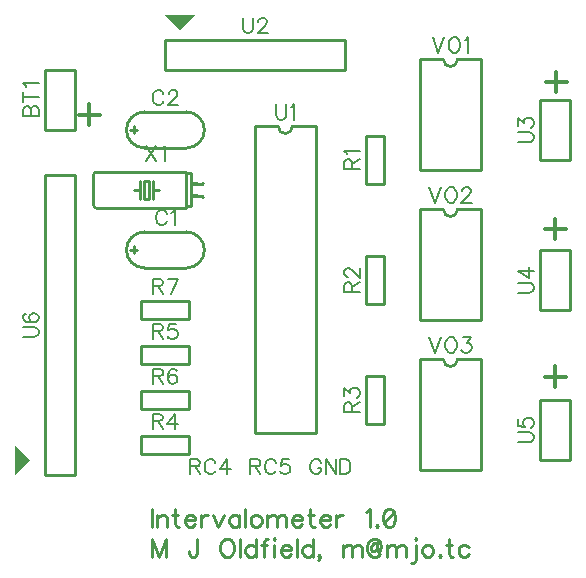
<source format=gto>
G04 DipTrace 2.1.9.2*
%INTopSilk.gbr*%
%MOIN*%
%ADD10C,0.0098*%
%ADD11C,0.006*%
%ADD12C,0.003*%
%ADD13C,0.013*%
%ADD14R,0.0591X0.0591*%
%ADD15C,0.0591*%
%ADD16C,0.063*%
%ADD17R,0.063X0.063*%
%ADD18C,0.05*%
%ADD19C,0.05*%
%ADD20C,0.0591*%
%ADD21C,0.048*%
%ADD22C,0.04*%
%ADD23C,0.0191*%
%ADD24C,0.118*%
%ADD25C,0.0354*%
%ADD26C,0.0394*%
%ADD27C,0.022*%
%ADD28C,0.032*%
%ADD29C,0.008*%
%ADD30C,0.048*%
%ADD31C,0.056*%
%ADD32C,0.04*%
%ADD33C,0.0671*%
%ADD34C,0.0511*%
%ADD35C,0.058*%
%ADD36C,0.042*%
%ADD37C,0.058*%
%ADD38C,0.042*%
%ADD39R,0.071X0.071*%
%ADD40R,0.055X0.055*%
%ADD41C,0.071*%
%ADD42C,0.055*%
%ADD43C,0.0671*%
%ADD44C,0.0511*%
%ADD45R,0.0671X0.0671*%
%ADD46R,0.0511X0.0511*%
%ADD47C,0.0077*%
%ADD48C,0.0124*%
%ADD49C,0.0093*%
%FSLAX44Y44*%
%SFA1B1*%
%OFA0B0*%
G04*
G70*
G90*
G75*
G01*
%LNTopSilk*%
%LPD*%
X5940Y20440D2*
D10*
X4940D1*
X5940Y18440D2*
Y20440D1*
Y18440D2*
X4940D1*
Y20440D1*
X8241Y13840D2*
X9639D1*
X8241Y15040D2*
X9639D1*
Y13840D2*
G03X9639Y15040I1J600D01*
G01*
X8241D2*
G03X8241Y13840I-1J-600D01*
G01*
X7877Y14322D2*
Y14558D1*
X7759Y14440D2*
X7995D1*
X8241Y17840D2*
X9639D1*
X8241Y19040D2*
X9639D1*
Y17840D2*
G03X9639Y19040I1J600D01*
G01*
X8241D2*
G03X8241Y17840I-1J-600D01*
G01*
X7877Y18322D2*
Y18558D1*
X7759Y18440D2*
X7995D1*
X16240Y18241D2*
X15640D1*
X16240Y16639D2*
Y18241D1*
Y16639D2*
X15640D1*
Y18241D1*
Y12639D2*
X16240D1*
X15640Y14241D2*
Y12639D1*
Y14241D2*
X16240D1*
Y12639D1*
X15640Y8639D2*
X16240D1*
X15640Y10241D2*
Y8639D1*
Y10241D2*
X16240D1*
Y8639D1*
X8139Y8240D2*
Y7640D1*
X9741Y8240D2*
X8139D1*
X9741D2*
Y7640D1*
X8139D1*
X9741Y10640D2*
Y11240D1*
X8139Y10640D2*
X9741D1*
X8139D2*
Y11240D1*
X9741D1*
Y9140D2*
Y9740D1*
X8139Y9140D2*
X9741D1*
X8139D2*
Y9740D1*
X9741D1*
X8139Y12740D2*
Y12140D1*
X9741Y12740D2*
X8139D1*
X9741D2*
Y12140D1*
X8139D1*
X13960Y18558D2*
Y8322D1*
X11912D2*
X13960D1*
X11912Y18558D2*
Y8322D1*
Y18558D2*
X12700D1*
X13960D2*
X13172D1*
X12700D2*
G03X13172Y18558I236J1D01*
G01*
X8940Y20440D2*
X14940D1*
X8940Y21440D2*
X14940D1*
X8940Y20440D2*
Y21440D1*
X14940Y20440D2*
Y21440D1*
X21440Y17440D2*
X22440D1*
X21440Y19440D2*
Y17440D1*
Y19440D2*
X22440D1*
Y17440D1*
X21440Y12440D2*
X22440D1*
X21440Y14440D2*
Y12440D1*
Y14440D2*
X22440D1*
Y12440D1*
X21440Y7440D2*
X22440D1*
X21440Y9440D2*
Y7440D1*
Y9440D2*
X22440D1*
Y7440D1*
X5940Y16940D2*
X4940D1*
X5940Y6940D2*
Y16940D1*
Y6940D2*
X4940D1*
Y7690D1*
Y16940D1*
X17416Y17090D2*
X19464D1*
X17416Y20790D2*
Y17090D1*
X19464Y20790D2*
Y17090D1*
X17416Y20790D2*
X18204D1*
X19464D2*
X18676D1*
X18204D2*
G03X18676Y20790I236J0D01*
G01*
X17416Y12090D2*
X19464D1*
X17416Y15790D2*
Y12090D1*
X19464Y15790D2*
Y12090D1*
X17416Y15790D2*
X18204D1*
X19464D2*
X18676D1*
X18204D2*
G03X18676Y15790I236J0D01*
G01*
X17416Y7090D2*
X19464D1*
X17416Y10790D2*
Y7090D1*
X19464Y10790D2*
Y7090D1*
X17416Y10790D2*
X18204D1*
X19464D2*
X18676D1*
X18204D2*
G03X18676Y10790I236J0D01*
G01*
X9790Y15890D2*
Y16990D1*
X6540Y16940D2*
G02X6640Y17040I100J0D01*
G01*
Y15840D2*
G02X6540Y15940I0J100D01*
G01*
Y16940D1*
X9790Y16990D2*
X9640D1*
Y17040D2*
Y16990D1*
Y17040D2*
X6640D1*
X9790Y15890D2*
X9640D1*
Y15840D2*
Y15890D1*
Y15840D2*
X6640D1*
X9640Y16990D2*
Y15890D1*
G36*
X10040Y16560D2*
X9810D1*
Y16720D1*
X10040D1*
Y16560D1*
G37*
G36*
Y16160D2*
X9810D1*
Y16320D1*
X10040D1*
Y16160D1*
G37*
X10145Y16637D2*
D10*
X9990Y16640D1*
X10140Y16240D2*
X10040D1*
X10145Y16637D2*
X10204Y16676D1*
Y16204D2*
X10145Y16243D1*
X8240Y16140D2*
X8390D1*
Y16740D2*
Y16140D1*
Y16740D2*
X8240D1*
Y16140D2*
Y16740D1*
X8090Y16140D2*
Y16440D1*
X8540Y16140D2*
Y16440D1*
X8740D1*
X8540D2*
Y16740D1*
X8090Y16440D2*
X7890D1*
X8090D2*
Y16740D1*
G36*
X9940Y22273D2*
X9440Y21773D1*
X8940Y22273D1*
X9940D1*
G37*
G36*
X4440Y7440D2*
X3940Y7940D1*
Y6940D1*
X4440Y7440D1*
G37*
X4208Y18891D2*
D47*
X4710D1*
D2*
Y19106D1*
D2*
X4686Y19178D1*
D2*
X4662Y19202D1*
D2*
X4615Y19226D1*
D2*
X4543D1*
D2*
X4495Y19202D1*
D2*
X4471Y19178D1*
D2*
X4447Y19106D1*
D2*
X4423Y19178D1*
D2*
X4399Y19202D1*
D2*
X4351Y19226D1*
D2*
X4303D1*
D2*
X4256Y19202D1*
D2*
X4232Y19178D1*
D2*
X4208Y19106D1*
D2*
Y18891D1*
X4447D2*
Y19106D1*
X4208Y19547D2*
X4710D1*
X4208Y19380D2*
Y19715D1*
X4304Y19869D2*
X4280Y19917D1*
D2*
X4208Y19989D1*
D2*
X4710D1*
X8982Y15653D2*
X8958Y15700D1*
D2*
X8910Y15748D1*
D2*
X8863Y15772D1*
D2*
X8767D1*
D2*
X8719Y15748D1*
D2*
X8672Y15700D1*
D2*
X8647Y15653D1*
D2*
X8623Y15581D1*
D2*
Y15461D1*
D2*
X8647Y15390D1*
D2*
X8672Y15342D1*
D2*
X8719Y15294D1*
D2*
X8767Y15270D1*
D2*
X8863D1*
D2*
X8910Y15294D1*
D2*
X8958Y15342D1*
D2*
X8982Y15390D1*
X9137Y15676D2*
X9185Y15700D1*
D2*
X9257Y15772D1*
D2*
Y15270D1*
X8875Y19653D2*
X8851Y19700D1*
D2*
X8803Y19748D1*
D2*
X8755Y19772D1*
D2*
X8660D1*
D2*
X8612Y19748D1*
D2*
X8564Y19700D1*
D2*
X8540Y19653D1*
D2*
X8516Y19581D1*
D2*
Y19461D1*
D2*
X8540Y19390D1*
D2*
X8564Y19342D1*
D2*
X8612Y19294D1*
D2*
X8660Y19270D1*
D2*
X8755D1*
D2*
X8803Y19294D1*
D2*
X8851Y19342D1*
D2*
X8875Y19390D1*
X9053Y19652D2*
Y19676D1*
D2*
X9077Y19724D1*
D2*
X9101Y19748D1*
D2*
X9149Y19772D1*
D2*
X9245D1*
D2*
X9292Y19748D1*
D2*
X9316Y19724D1*
D2*
X9340Y19676D1*
D2*
Y19629D1*
D2*
X9316Y19580D1*
D2*
X9268Y19509D1*
D2*
X9029Y19270D1*
D2*
X9364D1*
X15147Y17135D2*
Y17350D1*
D2*
X15123Y17422D1*
D2*
X15099Y17447D1*
D2*
X15051Y17470D1*
D2*
X15003D1*
D2*
X14956Y17447D1*
D2*
X14932Y17422D1*
D2*
X14908Y17350D1*
D2*
Y17135D1*
D2*
X15410D1*
X15147Y17303D2*
X15410Y17470D1*
X15004Y17625D2*
X14980Y17673D1*
D2*
X14908Y17745D1*
D2*
X15410D1*
X15147Y13028D2*
Y13243D1*
D2*
X15123Y13315D1*
D2*
X15099Y13339D1*
D2*
X15051Y13363D1*
D2*
X15003D1*
D2*
X14956Y13339D1*
D2*
X14932Y13315D1*
D2*
X14908Y13243D1*
D2*
Y13028D1*
D2*
X15410D1*
X15147Y13195D2*
X15410Y13363D1*
X15028Y13542D2*
X15004D1*
D2*
X14956Y13565D1*
D2*
X14932Y13589D1*
D2*
X14908Y13637D1*
D2*
Y13733D1*
D2*
X14932Y13780D1*
D2*
X14956Y13804D1*
D2*
X15004Y13828D1*
D2*
X15051D1*
D2*
X15100Y13804D1*
D2*
X15171Y13757D1*
D2*
X15410Y13517D1*
D2*
Y13852D1*
X15147Y9028D2*
Y9243D1*
D2*
X15123Y9315D1*
D2*
X15099Y9339D1*
D2*
X15051Y9363D1*
D2*
X15003D1*
D2*
X14956Y9339D1*
D2*
X14932Y9315D1*
D2*
X14908Y9243D1*
D2*
Y9028D1*
D2*
X15410D1*
X15147Y9195D2*
X15410Y9363D1*
X14908Y9565D2*
Y9828D1*
D2*
X15100Y9685D1*
D2*
Y9757D1*
D2*
X15123Y9804D1*
D2*
X15147Y9828D1*
D2*
X15219Y9852D1*
D2*
X15266D1*
D2*
X15338Y9828D1*
D2*
X15386Y9780D1*
D2*
X15410Y9708D1*
D2*
Y9637D1*
D2*
X15386Y9565D1*
D2*
X15362Y9542D1*
D2*
X15315Y9517D1*
X8516Y8733D2*
X8731D1*
D2*
X8803Y8757D1*
D2*
X8827Y8781D1*
D2*
X8851Y8829D1*
D2*
Y8877D1*
D2*
X8827Y8924D1*
D2*
X8803Y8948D1*
D2*
X8731Y8972D1*
D2*
X8516D1*
D2*
Y8470D1*
X8683Y8733D2*
X8851Y8470D1*
X9245D2*
Y8972D1*
D2*
X9005Y8637D1*
D2*
X9364D1*
X8528Y11733D2*
X8743D1*
D2*
X8815Y11757D1*
D2*
X8839Y11781D1*
D2*
X8863Y11829D1*
D2*
Y11877D1*
D2*
X8839Y11924D1*
D2*
X8815Y11948D1*
D2*
X8743Y11972D1*
D2*
X8528D1*
D2*
Y11470D1*
X8695Y11733D2*
X8863Y11470D1*
X9304Y11972D2*
X9065D1*
D2*
X9042Y11757D1*
D2*
X9065Y11780D1*
D2*
X9137Y11805D1*
D2*
X9208D1*
D2*
X9280Y11780D1*
D2*
X9328Y11733D1*
D2*
X9352Y11661D1*
D2*
Y11614D1*
D2*
X9328Y11542D1*
D2*
X9280Y11494D1*
D2*
X9208Y11470D1*
D2*
X9137D1*
D2*
X9065Y11494D1*
D2*
X9042Y11518D1*
D2*
X9017Y11565D1*
X8540Y10233D2*
X8755D1*
D2*
X8827Y10257D1*
D2*
X8851Y10281D1*
D2*
X8875Y10329D1*
D2*
Y10377D1*
D2*
X8851Y10424D1*
D2*
X8827Y10448D1*
D2*
X8755Y10472D1*
D2*
X8540D1*
D2*
Y9970D1*
X8707Y10233D2*
X8875Y9970D1*
X9316Y10400D2*
X9292Y10448D1*
D2*
X9221Y10472D1*
D2*
X9173D1*
D2*
X9101Y10448D1*
D2*
X9053Y10376D1*
D2*
X9029Y10257D1*
D2*
Y10137D1*
D2*
X9053Y10042D1*
D2*
X9101Y9994D1*
D2*
X9173Y9970D1*
D2*
X9197D1*
D2*
X9268Y9994D1*
D2*
X9316Y10042D1*
D2*
X9340Y10114D1*
D2*
Y10137D1*
D2*
X9316Y10209D1*
D2*
X9268Y10257D1*
D2*
X9197Y10280D1*
D2*
X9173D1*
D2*
X9101Y10257D1*
D2*
X9053Y10209D1*
D2*
X9029Y10137D1*
X8528Y13233D2*
X8743D1*
D2*
X8815Y13257D1*
D2*
X8839Y13281D1*
D2*
X8863Y13329D1*
D2*
Y13377D1*
D2*
X8839Y13424D1*
D2*
X8815Y13448D1*
D2*
X8743Y13472D1*
D2*
X8528D1*
D2*
Y12970D1*
X8695Y13233D2*
X8863Y12970D1*
X9113D2*
X9352Y13472D1*
D2*
X9017D1*
X9759Y7228D2*
X9974D1*
D2*
X10046Y7253D1*
D2*
X10071Y7276D1*
D2*
X10094Y7324D1*
D2*
Y7372D1*
D2*
X10071Y7419D1*
D2*
X10046Y7444D1*
D2*
X9974Y7468D1*
D2*
X9759D1*
D2*
Y6965D1*
X9927Y7228D2*
X10094Y6965D1*
X10607Y7348D2*
X10584Y7396D1*
D2*
X10536Y7444D1*
D2*
X10488Y7468D1*
D2*
X10392D1*
D2*
X10344Y7444D1*
D2*
X10297Y7396D1*
D2*
X10273Y7348D1*
D2*
X10249Y7276D1*
D2*
Y7156D1*
D2*
X10273Y7085D1*
D2*
X10297Y7037D1*
D2*
X10344Y6989D1*
D2*
X10392Y6965D1*
D2*
X10488D1*
D2*
X10536Y6989D1*
D2*
X10584Y7037D1*
D2*
X10607Y7085D1*
X11001Y6965D2*
Y7467D1*
D2*
X10762Y7133D1*
D2*
X11121D1*
X11771Y7228D2*
X11986D1*
D2*
X12058Y7253D1*
D2*
X12082Y7276D1*
D2*
X12106Y7324D1*
D2*
Y7372D1*
D2*
X12082Y7419D1*
D2*
X12058Y7444D1*
D2*
X11986Y7468D1*
D2*
X11771D1*
D2*
Y6965D1*
X11939Y7228D2*
X12106Y6965D1*
X12619Y7348D2*
X12596Y7396D1*
D2*
X12547Y7444D1*
D2*
X12500Y7468D1*
D2*
X12404D1*
D2*
X12356Y7444D1*
D2*
X12309Y7396D1*
D2*
X12284Y7348D1*
D2*
X12261Y7276D1*
D2*
Y7156D1*
D2*
X12284Y7085D1*
D2*
X12309Y7037D1*
D2*
X12356Y6989D1*
D2*
X12404Y6965D1*
D2*
X12500D1*
D2*
X12547Y6989D1*
D2*
X12596Y7037D1*
D2*
X12619Y7085D1*
X13061Y7467D2*
X12822D1*
D2*
X12798Y7252D1*
D2*
X12822Y7276D1*
D2*
X12894Y7300D1*
D2*
X12965D1*
D2*
X13037Y7276D1*
D2*
X13085Y7228D1*
D2*
X13109Y7156D1*
D2*
Y7109D1*
D2*
X13085Y7037D1*
D2*
X13037Y6989D1*
D2*
X12965Y6965D1*
D2*
X12894D1*
D2*
X12822Y6989D1*
D2*
X12798Y7013D1*
D2*
X12774Y7061D1*
X14130Y7348D2*
X14106Y7396D1*
D2*
X14058Y7444D1*
D2*
X14011Y7468D1*
D2*
X13915D1*
D2*
X13867Y7444D1*
D2*
X13819Y7396D1*
D2*
X13795Y7348D1*
D2*
X13771Y7276D1*
D2*
Y7156D1*
D2*
X13795Y7085D1*
D2*
X13819Y7037D1*
D2*
X13867Y6989D1*
D2*
X13915Y6965D1*
D2*
X14011D1*
D2*
X14058Y6989D1*
D2*
X14106Y7037D1*
D2*
X14130Y7085D1*
D2*
Y7156D1*
D2*
X14011D1*
X14619Y7468D2*
Y6965D1*
D2*
X14284Y7468D1*
D2*
Y6965D1*
X14774Y7468D2*
Y6965D1*
D2*
X14941D1*
D2*
X15013Y6989D1*
D2*
X15061Y7037D1*
D2*
X15085Y7085D1*
D2*
X15109Y7156D1*
D2*
Y7276D1*
D2*
X15085Y7348D1*
D2*
X15061Y7396D1*
D2*
X15013Y7444D1*
D2*
X14941Y7468D1*
D2*
X14774D1*
X12631Y19290D2*
Y18932D1*
D2*
X12655Y18860D1*
D2*
X12703Y18812D1*
D2*
X12775Y18788D1*
D2*
X12823D1*
D2*
X12895Y18812D1*
D2*
X12943Y18860D1*
D2*
X12966Y18932D1*
D2*
Y19290D1*
X13121Y19194D2*
X13169Y19218D1*
D2*
X13241Y19290D1*
D2*
Y18788D1*
X11528Y22172D2*
Y21814D1*
D2*
X11552Y21742D1*
D2*
X11600Y21694D1*
D2*
X11672Y21670D1*
D2*
X11719D1*
D2*
X11791Y21694D1*
D2*
X11839Y21742D1*
D2*
X11863Y21814D1*
D2*
Y22172D1*
X12042Y22052D2*
Y22076D1*
D2*
X12065Y22124D1*
D2*
X12089Y22148D1*
D2*
X12137Y22172D1*
D2*
X12233D1*
D2*
X12280Y22148D1*
D2*
X12304Y22124D1*
D2*
X12328Y22076D1*
D2*
Y22029D1*
D2*
X12304Y21980D1*
D2*
X12257Y21909D1*
D2*
X12017Y21670D1*
D2*
X12352D1*
X20708Y18028D2*
X21066D1*
D2*
X21138Y18052D1*
D2*
X21186Y18100D1*
D2*
X21210Y18172D1*
D2*
Y18219D1*
D2*
X21186Y18291D1*
D2*
X21138Y18339D1*
D2*
X21066Y18363D1*
D2*
X20708D1*
Y18565D2*
Y18828D1*
D2*
X20900Y18685D1*
D2*
Y18757D1*
D2*
X20923Y18804D1*
D2*
X20947Y18828D1*
D2*
X21019Y18852D1*
D2*
X21066D1*
D2*
X21138Y18828D1*
D2*
X21186Y18780D1*
D2*
X21210Y18708D1*
D2*
Y18637D1*
D2*
X21186Y18565D1*
D2*
X21162Y18542D1*
D2*
X21115Y18517D1*
X20708Y13016D2*
X21066D1*
D2*
X21138Y13040D1*
D2*
X21186Y13088D1*
D2*
X21210Y13160D1*
D2*
Y13207D1*
D2*
X21186Y13279D1*
D2*
X21138Y13327D1*
D2*
X21066Y13351D1*
D2*
X20708D1*
X21210Y13745D2*
X20708D1*
D2*
X21043Y13505D1*
D2*
Y13864D1*
X20708Y8028D2*
X21066D1*
D2*
X21138Y8052D1*
D2*
X21186Y8100D1*
D2*
X21210Y8172D1*
D2*
Y8219D1*
D2*
X21186Y8291D1*
D2*
X21138Y8339D1*
D2*
X21066Y8363D1*
D2*
X20708D1*
Y8804D2*
Y8565D1*
D2*
X20923Y8542D1*
D2*
X20900Y8565D1*
D2*
X20875Y8637D1*
D2*
Y8708D1*
D2*
X20900Y8780D1*
D2*
X20947Y8828D1*
D2*
X21019Y8852D1*
D2*
X21066D1*
D2*
X21138Y8828D1*
D2*
X21186Y8780D1*
D2*
X21210Y8708D1*
D2*
Y8637D1*
D2*
X21186Y8565D1*
D2*
X21162Y8542D1*
D2*
X21115Y8517D1*
X4208Y11540D2*
X4566D1*
D2*
X4638Y11564D1*
D2*
X4686Y11612D1*
D2*
X4710Y11684D1*
D2*
Y11731D1*
D2*
X4686Y11803D1*
D2*
X4638Y11851D1*
D2*
X4566Y11875D1*
D2*
X4208D1*
X4280Y12316D2*
X4232Y12292D1*
D2*
X4208Y12221D1*
D2*
Y12173D1*
D2*
X4232Y12101D1*
D2*
X4304Y12053D1*
D2*
X4423Y12029D1*
D2*
X4543D1*
D2*
X4638Y12053D1*
D2*
X4686Y12101D1*
D2*
X4710Y12173D1*
D2*
Y12197D1*
D2*
X4686Y12268D1*
D2*
X4638Y12316D1*
D2*
X4566Y12340D1*
D2*
X4543D1*
D2*
X4471Y12316D1*
D2*
X4423Y12268D1*
D2*
X4400Y12197D1*
D2*
Y12173D1*
D2*
X4423Y12101D1*
D2*
X4471Y12053D1*
D2*
X4543Y12029D1*
X17843Y21523D2*
X18034Y21020D1*
D2*
X18226Y21523D1*
X18524D2*
X18476Y21499D1*
D2*
X18428Y21451D1*
D2*
X18404Y21403D1*
D2*
X18380Y21331D1*
D2*
Y21211D1*
D2*
X18404Y21140D1*
D2*
X18428Y21092D1*
D2*
X18476Y21045D1*
D2*
X18524Y21020D1*
D2*
X18619D1*
D2*
X18667Y21045D1*
D2*
X18715Y21092D1*
D2*
X18739Y21140D1*
D2*
X18762Y21211D1*
D2*
Y21331D1*
D2*
X18739Y21403D1*
D2*
X18715Y21451D1*
D2*
X18667Y21499D1*
D2*
X18619Y21523D1*
D2*
X18524D1*
X18917Y21426D2*
X18965Y21451D1*
D2*
X19037Y21522D1*
D2*
Y21020D1*
X17736Y16523D2*
X17927Y16020D1*
D2*
X18118Y16523D1*
X18416D2*
X18368Y16499D1*
D2*
X18321Y16451D1*
D2*
X18296Y16403D1*
D2*
X18273Y16331D1*
D2*
Y16211D1*
D2*
X18296Y16140D1*
D2*
X18321Y16092D1*
D2*
X18368Y16045D1*
D2*
X18416Y16020D1*
D2*
X18512D1*
D2*
X18559Y16045D1*
D2*
X18607Y16092D1*
D2*
X18631Y16140D1*
D2*
X18655Y16211D1*
D2*
Y16331D1*
D2*
X18631Y16403D1*
D2*
X18607Y16451D1*
D2*
X18559Y16499D1*
D2*
X18512Y16523D1*
D2*
X18416D1*
X18834Y16403D2*
Y16426D1*
D2*
X18857Y16475D1*
D2*
X18881Y16498D1*
D2*
X18929Y16522D1*
D2*
X19025D1*
D2*
X19072Y16498D1*
D2*
X19096Y16475D1*
D2*
X19121Y16426D1*
D2*
Y16379D1*
D2*
X19096Y16331D1*
D2*
X19049Y16260D1*
D2*
X18809Y16020D1*
D2*
X19144D1*
X17736Y11523D2*
X17927Y11020D1*
D2*
X18118Y11523D1*
X18416D2*
X18368Y11499D1*
D2*
X18321Y11451D1*
D2*
X18296Y11403D1*
D2*
X18273Y11331D1*
D2*
Y11211D1*
D2*
X18296Y11140D1*
D2*
X18321Y11092D1*
D2*
X18368Y11045D1*
D2*
X18416Y11020D1*
D2*
X18512D1*
D2*
X18559Y11045D1*
D2*
X18607Y11092D1*
D2*
X18631Y11140D1*
D2*
X18655Y11211D1*
D2*
Y11331D1*
D2*
X18631Y11403D1*
D2*
X18607Y11451D1*
D2*
X18559Y11499D1*
D2*
X18512Y11523D1*
D2*
X18416D1*
X18857Y11522D2*
X19120D1*
D2*
X18977Y11331D1*
D2*
X19049D1*
D2*
X19096Y11307D1*
D2*
X19120Y11283D1*
D2*
X19144Y11211D1*
D2*
Y11164D1*
D2*
X19120Y11092D1*
D2*
X19072Y11044D1*
D2*
X19001Y11020D1*
D2*
X18929D1*
D2*
X18857Y11044D1*
D2*
X18834Y11068D1*
D2*
X18809Y11116D1*
X8305Y17912D2*
X8640Y17410D1*
Y17912D2*
X8305Y17410D1*
X8795Y17816D2*
X8843Y17840D1*
D2*
X8915Y17912D1*
D2*
Y17410D1*
X6398Y19289D2*
D48*
Y18600D1*
X6054Y18944D2*
X6743D1*
X21971Y20385D2*
Y19696D1*
X21627Y20040D2*
X22315D1*
X21940Y15480D2*
Y14791D1*
X21596Y15135D2*
X22285D1*
X21940Y10564D2*
Y9875D1*
X21596Y10219D2*
X22285D1*
X8945Y4211D2*
D49*
Y4814D1*
D2*
X8716Y4211D1*
D2*
X8486Y4814D1*
D2*
Y4211D1*
X10001Y4814D2*
Y4355D1*
D2*
X9972Y4269D1*
D2*
X9943Y4240D1*
D2*
X9886Y4211D1*
D2*
X9828D1*
D2*
X9771Y4240D1*
D2*
X9743Y4269D1*
D2*
X9714Y4355D1*
D2*
Y4412D1*
X10942Y4814D2*
X10884Y4785D1*
D2*
X10827Y4727D1*
D2*
X10798Y4670D1*
D2*
X10769Y4584D1*
D2*
Y4440D1*
D2*
X10798Y4355D1*
D2*
X10827Y4297D1*
D2*
X10884Y4240D1*
D2*
X10942Y4211D1*
D2*
X11057D1*
D2*
X11114Y4240D1*
D2*
X11171Y4297D1*
D2*
X11200Y4355D1*
D2*
X11228Y4440D1*
D2*
Y4584D1*
D2*
X11200Y4670D1*
D2*
X11171Y4727D1*
D2*
X11114Y4785D1*
D2*
X11057Y4814D1*
D2*
X10942D1*
X11414D2*
Y4211D1*
X11943Y4814D2*
Y4211D1*
Y4527D2*
X11886Y4584D1*
D2*
X11828Y4613D1*
D2*
X11742D1*
D2*
X11685Y4584D1*
D2*
X11627Y4527D1*
D2*
X11599Y4440D1*
D2*
Y4383D1*
D2*
X11627Y4297D1*
D2*
X11685Y4240D1*
D2*
X11742Y4211D1*
D2*
X11828D1*
D2*
X11886Y4240D1*
D2*
X11943Y4297D1*
X12358Y4814D2*
X12301D1*
D2*
X12243Y4785D1*
D2*
X12215Y4699D1*
D2*
Y4211D1*
X12128Y4613D2*
X12329D1*
X12543Y4814D2*
X12572Y4785D1*
D2*
X12601Y4814D1*
D2*
X12572Y4843D1*
D2*
X12543Y4814D1*
X12572Y4613D2*
Y4211D1*
X12786Y4440D2*
X13130D1*
D2*
Y4498D1*
D2*
X13102Y4556D1*
D2*
X13073Y4584D1*
D2*
X13016Y4613D1*
D2*
X12929D1*
D2*
X12872Y4584D1*
D2*
X12815Y4527D1*
D2*
X12786Y4440D1*
D2*
Y4383D1*
D2*
X12815Y4297D1*
D2*
X12872Y4240D1*
D2*
X12929Y4211D1*
D2*
X13016D1*
D2*
X13073Y4240D1*
D2*
X13130Y4297D1*
X13316Y4814D2*
Y4211D1*
X13845Y4814D2*
Y4211D1*
Y4527D2*
X13788Y4584D1*
D2*
X13730Y4613D1*
D2*
X13644D1*
D2*
X13587Y4584D1*
D2*
X13529Y4527D1*
D2*
X13501Y4440D1*
D2*
Y4383D1*
D2*
X13529Y4297D1*
D2*
X13587Y4240D1*
D2*
X13644Y4211D1*
D2*
X13730D1*
D2*
X13788Y4240D1*
D2*
X13845Y4297D1*
X14088Y4239D2*
X14059Y4211D1*
D2*
X14030Y4239D1*
D2*
X14059Y4269D1*
D2*
X14088Y4239D1*
D2*
Y4182D1*
D2*
X14059Y4125D1*
D2*
X14030Y4096D1*
X14857Y4613D2*
Y4211D1*
Y4498D2*
X14943Y4584D1*
D2*
X15000Y4613D1*
D2*
X15086D1*
D2*
X15144Y4584D1*
D2*
X15172Y4498D1*
D2*
Y4211D1*
Y4498D2*
X15258Y4584D1*
D2*
X15316Y4613D1*
D2*
X15402D1*
D2*
X15459Y4584D1*
D2*
X15489Y4498D1*
D2*
Y4211D1*
X15990Y4670D2*
X15903D1*
D2*
X15846Y4641D1*
D2*
X15817Y4613D1*
D2*
X15789Y4555D1*
D2*
Y4440D1*
D2*
X15817Y4412D1*
D2*
X15875D1*
D2*
X15990Y4440D1*
D2*
X16018Y4383D1*
D2*
X16047D1*
D2*
X16104Y4440D1*
D2*
X16133Y4584D1*
D2*
X16104Y4670D1*
D2*
X16076Y4727D1*
D2*
X16018Y4785D1*
D2*
X15961Y4813D1*
D2*
X15846D1*
D2*
X15789Y4785D1*
D2*
X15732Y4727D1*
D2*
X15702Y4670D1*
D2*
X15674Y4584D1*
D2*
Y4440D1*
D2*
X15702Y4354D1*
D2*
X15732Y4297D1*
D2*
X15789Y4239D1*
D2*
X15846Y4211D1*
D2*
X15961D1*
D2*
X16018Y4239D1*
D2*
X16076Y4297D1*
X15990Y4698D2*
Y4440D1*
X16318Y4613D2*
Y4211D1*
Y4498D2*
X16404Y4584D1*
D2*
X16462Y4613D1*
D2*
X16548D1*
D2*
X16605Y4584D1*
D2*
X16634Y4498D1*
D2*
Y4211D1*
Y4498D2*
X16720Y4584D1*
D2*
X16778Y4613D1*
D2*
X16863D1*
D2*
X16921Y4584D1*
D2*
X16950Y4498D1*
D2*
Y4211D1*
X17250Y4814D2*
X17279Y4786D1*
D2*
X17308Y4814D1*
D2*
X17279Y4843D1*
D2*
X17250Y4814D1*
X17279Y4613D2*
Y4125D1*
D2*
X17250Y4039D1*
D2*
X17193Y4011D1*
D2*
X17135D1*
X17636Y4613D2*
X17579Y4584D1*
D2*
X17522Y4527D1*
D2*
X17493Y4440D1*
D2*
Y4383D1*
D2*
X17522Y4297D1*
D2*
X17579Y4240D1*
D2*
X17636Y4211D1*
D2*
X17723D1*
D2*
X17780Y4240D1*
D2*
X17837Y4297D1*
D2*
X17867Y4383D1*
D2*
Y4440D1*
D2*
X17837Y4527D1*
D2*
X17780Y4584D1*
D2*
X17723Y4613D1*
D2*
X17636D1*
X18080Y4269D2*
X18052Y4239D1*
D2*
X18080Y4211D1*
D2*
X18110Y4239D1*
D2*
X18080Y4269D1*
X18381Y4814D2*
Y4326D1*
D2*
X18410Y4240D1*
D2*
X18467Y4211D1*
D2*
X18524D1*
X18295Y4613D2*
X18496D1*
X19054Y4527D2*
X18997Y4584D1*
D2*
X18939Y4613D1*
D2*
X18853D1*
D2*
X18796Y4584D1*
D2*
X18739Y4527D1*
D2*
X18710Y4440D1*
D2*
Y4383D1*
D2*
X18739Y4297D1*
D2*
X18796Y4240D1*
D2*
X18853Y4211D1*
D2*
X18939D1*
D2*
X18997Y4240D1*
D2*
X19054Y4297D1*
X8486Y5814D2*
Y5211D1*
X8672Y5613D2*
Y5211D1*
Y5498D2*
X8758Y5584D1*
D2*
X8816Y5613D1*
D2*
X8901D1*
D2*
X8959Y5584D1*
D2*
X8987Y5498D1*
D2*
Y5211D1*
X9259Y5814D2*
Y5326D1*
D2*
X9287Y5240D1*
D2*
X9345Y5211D1*
D2*
X9402D1*
X9173Y5613D2*
X9374D1*
X9587Y5440D2*
X9932D1*
D2*
Y5498D1*
D2*
X9903Y5556D1*
D2*
X9874Y5584D1*
D2*
X9817Y5613D1*
D2*
X9731D1*
D2*
X9674Y5584D1*
D2*
X9616Y5527D1*
D2*
X9587Y5440D1*
D2*
Y5383D1*
D2*
X9616Y5297D1*
D2*
X9674Y5240D1*
D2*
X9731Y5211D1*
D2*
X9817D1*
D2*
X9874Y5240D1*
D2*
X9932Y5297D1*
X10117Y5613D2*
Y5211D1*
Y5440D2*
X10146Y5527D1*
D2*
X10203Y5584D1*
D2*
X10261Y5613D1*
D2*
X10347D1*
X10532D2*
X10705Y5211D1*
D2*
X10876Y5613D1*
X11406D2*
Y5211D1*
Y5527D2*
X11349Y5584D1*
D2*
X11291Y5613D1*
D2*
X11206D1*
D2*
X11148Y5584D1*
D2*
X11091Y5527D1*
D2*
X11062Y5440D1*
D2*
Y5383D1*
D2*
X11091Y5297D1*
D2*
X11148Y5240D1*
D2*
X11206Y5211D1*
D2*
X11291D1*
D2*
X11349Y5240D1*
D2*
X11406Y5297D1*
X11591Y5814D2*
Y5211D1*
X11920Y5613D2*
X11863Y5584D1*
D2*
X11805Y5527D1*
D2*
X11776Y5440D1*
D2*
Y5383D1*
D2*
X11805Y5297D1*
D2*
X11863Y5240D1*
D2*
X11920Y5211D1*
D2*
X12006D1*
D2*
X12064Y5240D1*
D2*
X12121Y5297D1*
D2*
X12150Y5383D1*
D2*
Y5440D1*
D2*
X12121Y5527D1*
D2*
X12064Y5584D1*
D2*
X12006Y5613D1*
D2*
X11920D1*
X12335D2*
Y5211D1*
Y5498D2*
X12421Y5584D1*
D2*
X12479Y5613D1*
D2*
X12565D1*
D2*
X12622Y5584D1*
D2*
X12651Y5498D1*
D2*
Y5211D1*
Y5498D2*
X12737Y5584D1*
D2*
X12795Y5613D1*
D2*
X12880D1*
D2*
X12938Y5584D1*
D2*
X12967Y5498D1*
D2*
Y5211D1*
X13152Y5440D2*
X13497D1*
D2*
Y5498D1*
D2*
X13468Y5556D1*
D2*
X13440Y5584D1*
D2*
X13382Y5613D1*
D2*
X13296D1*
D2*
X13239Y5584D1*
D2*
X13181Y5527D1*
D2*
X13152Y5440D1*
D2*
Y5383D1*
D2*
X13181Y5297D1*
D2*
X13239Y5240D1*
D2*
X13296Y5211D1*
D2*
X13382D1*
D2*
X13440Y5240D1*
D2*
X13497Y5297D1*
X13768Y5814D2*
Y5326D1*
D2*
X13797Y5240D1*
D2*
X13854Y5211D1*
D2*
X13911D1*
X13682Y5613D2*
X13883D1*
X14097Y5440D2*
X14441D1*
D2*
Y5498D1*
D2*
X14412Y5556D1*
D2*
X14384Y5584D1*
D2*
X14326Y5613D1*
D2*
X14240D1*
D2*
X14183Y5584D1*
D2*
X14125Y5527D1*
D2*
X14097Y5440D1*
D2*
Y5383D1*
D2*
X14125Y5297D1*
D2*
X14183Y5240D1*
D2*
X14240Y5211D1*
D2*
X14326D1*
D2*
X14384Y5240D1*
D2*
X14441Y5297D1*
X14626Y5613D2*
Y5211D1*
Y5440D2*
X14655Y5527D1*
D2*
X14712Y5584D1*
D2*
X14770Y5613D1*
D2*
X14856D1*
X15625Y5698D2*
X15683Y5727D1*
D2*
X15769Y5813D1*
D2*
Y5211D1*
X15983Y5269D2*
X15954Y5239D1*
D2*
X15983Y5211D1*
D2*
X16012Y5239D1*
D2*
X15983Y5269D1*
X16369Y5813D2*
X16283Y5785D1*
D2*
X16226Y5698D1*
D2*
X16197Y5555D1*
D2*
Y5469D1*
D2*
X16226Y5326D1*
D2*
X16283Y5239D1*
D2*
X16369Y5211D1*
D2*
X16426D1*
D2*
X16513Y5239D1*
D2*
X16570Y5326D1*
D2*
X16599Y5469D1*
D2*
Y5555D1*
D2*
X16570Y5698D1*
D2*
X16513Y5785D1*
D2*
X16426Y5813D1*
D2*
X16369D1*
X16570Y5698D2*
X16226Y5326D1*
M02*

</source>
